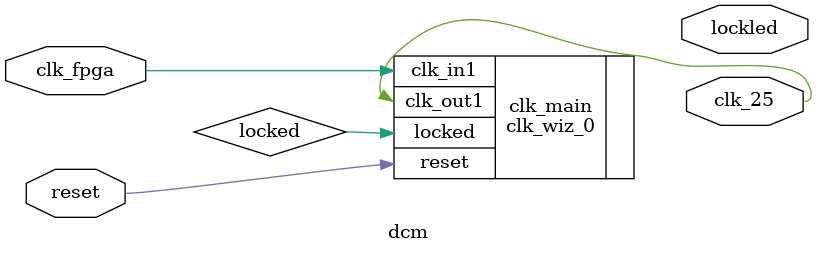
<source format=v>
`timescale 1ns / 1ps


module dcm(
    input clk_fpga,
    input reset,
    output lockled,
    output clk_25
    );
    
    wire clk_25;

  clk_wiz_0 clk_main
   (
    // Clock out ports
    .clk_out1(clk_25),     // output clk_out1
    // Status and control signals
    .reset(reset), // input reset
    .locked(locked),       // output locked
   // Clock in ports
    .clk_in1(clk_fpga));      // input clk_in1


//always @ (posedge clk_wiz_0) 

    
endmodule

</source>
